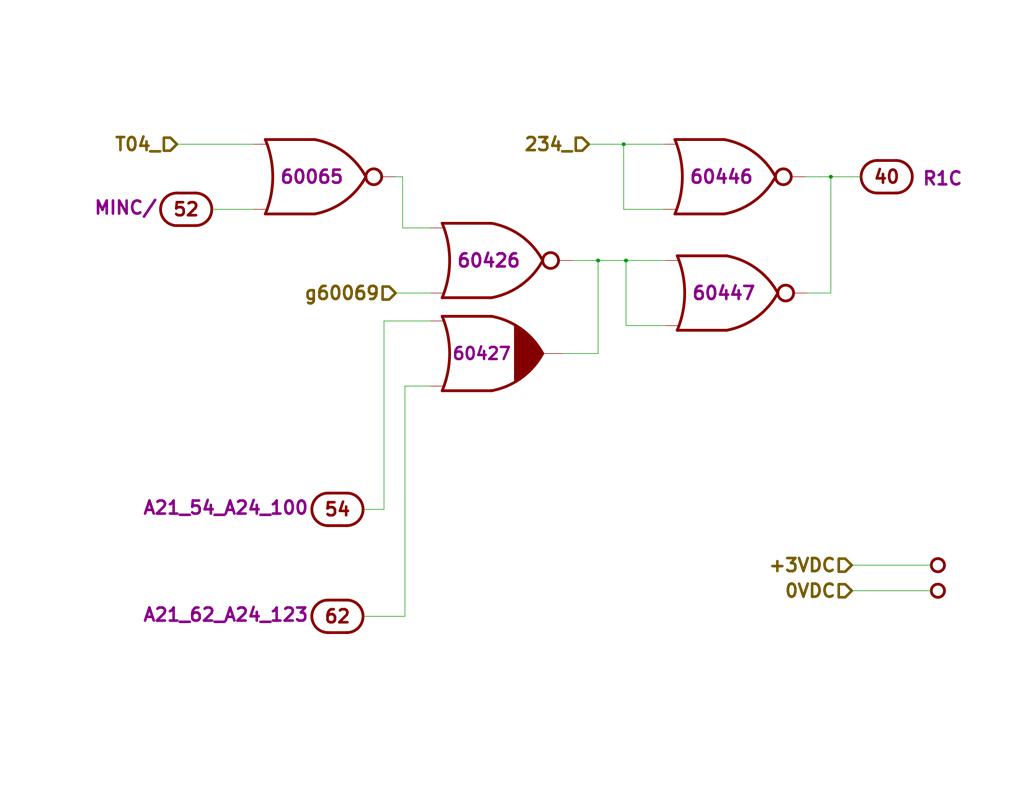
<source format=kicad_sch>
(kicad_sch (version 20211123) (generator eeschema)
  (paper "A")
  (title_block (title "BLOCK I LOGIC FLOW S, MODULE A21, DRAWING 1006556") (date "2018-11-25") (rev "Draft") (comment 1 "Modules A21"))
  (junction (at 226.695 48.26))
  (junction (at 170.815 71.12))
  (junction (at 163.195 71.12))
  (junction (at 170.18 39.37))
  (wire (pts (xy 219.71 48.26) (xy 226.695 48.26)))
  (wire (pts (xy 69.215 57.15) (xy 57.785 57.15)))
  (wire (pts (xy 170.18 39.37) (xy 160.655 39.37)))
  (wire (pts (xy 110.49 168.275) (xy 99.06 168.275)))
  (wire (pts (xy 181.61 88.9) (xy 170.815 88.9)))
  (wire (pts (xy 180.975 39.37) (xy 170.18 39.37)))
  (wire (pts (xy 226.695 48.26) (xy 234.95 48.26)))
  (wire (pts (xy 117.475 105.41) (xy 110.49 105.41)))
  (wire (pts (xy 220.345 80.01) (xy 226.695 80.01)))
  (wire (pts (xy 170.18 57.15) (xy 170.18 39.37)))
  (wire (pts (xy 163.195 71.12) (xy 163.195 96.52)))
  (wire (pts (xy 153.67 96.52) (xy 163.195 96.52)))
  (wire (pts (xy 104.775 87.63) (xy 104.775 139.065)))
  (wire (pts (xy 163.195 71.12) (xy 170.815 71.12)))
  (wire (pts (xy 117.475 87.63) (xy 104.775 87.63)))
  (wire (pts (xy 170.815 71.12) (xy 181.61 71.12)))
  (wire (pts (xy 107.95 48.26) (xy 109.855 48.26)))
  (wire (pts (xy 170.815 88.9) (xy 170.815 71.12)))
  (wire (pts (xy 109.855 62.23) (xy 117.475 62.23)))
  (wire (pts (xy 48.26 39.37) (xy 69.215 39.37)))
  (wire (pts (xy 232.41 154.305) (xy 254 154.305)))
  (wire (pts (xy 110.49 105.41) (xy 110.49 168.275)))
  (wire (pts (xy 180.975 57.15) (xy 170.18 57.15)))
  (wire (pts (xy 117.475 80.01) (xy 107.95 80.01)))
  (wire (pts (xy 226.695 80.01) (xy 226.695 48.26)))
  (wire (pts (xy 156.21 71.12) (xy 163.195 71.12)))
  (wire (pts (xy 232.41 161.29) (xy 254 161.29)))
  (wire (pts (xy 104.775 139.065) (xy 99.06 139.065)))
  (wire (pts (xy 109.855 48.26) (xy 109.855 62.23)))
  (hierarchical_label "234_" (shape input) (at 160.655 39.37 180) (effects (font (size 3.556 3.556) (thickness 0.7112) bold)))
  (hierarchical_label "+3VDC" (shape input) (at 232.41 154.305 180) (effects (font (size 3.556 3.556) (thickness 0.7112) bold)))
  (hierarchical_label "0VDC" (shape input) (at 232.41 161.29 180) (effects (font (size 3.556 3.556) (thickness 0.7112) bold)))
  (hierarchical_label "g60069" (shape input) (at 107.95 80.01 180) (effects (font (size 3.556 3.556) (thickness 0.7112) bold)))
  (hierarchical_label "T04_" (shape input) (at 48.26 39.37 180) (effects (font (size 3.556 3.556) (thickness 0.7112) bold)))
  (symbol (lib_id "D3NOR-+3VDC-0VDC-nd1021041:D3NOR-+3VDC-0VDC-nd1021041-1_5-___") (at 85.09 48.26 0) (unit 1)
    (property "Reference" "U1901" (effects hide))
    (property "Value" "D3NOR-+3VDC-0VDC-nd1021041-1_5-___" (effects hide))
    (property "Location" "60065" (at 85.09 48.26 0) (effects (font (size 3.556 3.556) bold)))
  )
  (symbol (lib_id "AGC_DSKY:ConnectorGeneric") (at 92.075 168.275 0) (unit 62)
    (property "Reference" "J1" (effects hide))
    (property "Value" "ConnectorGeneric" (effects hide))
    (property "Caption" "A21_62_A24_123" (at 61.595 170.18 0) (effects (font (size 3.556 3.556) bold) (justify bottom)))
  )
  (symbol (lib_id "D3NOR-+3VDC-0VDC-nd1021041:D3NOR-+3VDC-0VDC-nd1021041-1_5-___") (at 196.85 48.26 0) (unit 1)
    (property "Reference" "U1904" (effects hide))
    (property "Value" "D3NOR-+3VDC-0VDC-nd1021041-1_5-___" (effects hide))
    (property "Location" "60446" (at 196.85 48.26 0) (effects (font (size 3.556 3.556) bold)))
  )
  (symbol (lib_id "AGC_DSKY:ConnectorGeneric") (at 241.935 48.26 180) (unit 40)
    (property "Reference" "J1" (effects hide))
    (property "Value" "ConnectorGeneric" (effects hide))
    (property "Caption" "R1C" (at 257.175 46.355 0) (effects (font (size 3.556 3.556) bold) (justify bottom)))
  )
  (symbol (lib_id "AGC_DSKY:ConnectorGeneric") (at 50.8 57.15 0) (unit 52)
    (property "Reference" "J1" (effects hide))
    (property "Value" "ConnectorGeneric" (effects hide))
    (property "Caption" "MINC/" (at 34.29 59.055 0) (effects (font (size 3.556 3.556) bold) (justify bottom)))
  )
  (symbol (lib_id "AGC_DSKY:ConnectorGeneric") (at 92.075 139.065 0) (unit 54)
    (property "Reference" "J1" (effects hide))
    (property "Value" "ConnectorGeneric" (effects hide))
    (property "Caption" "A21_54_A24_100" (at 61.595 140.97 0) (effects (font (size 3.556 3.556) bold) (justify bottom)))
  )
  (symbol (lib_id "D3NOR-+3VDC-0VDC-nd1021041:D3NOR-+3VDC-0VDC-nd1021041-1_5-___") (at 197.485 80.01 0) (unit 1)
    (property "Reference" "U1905" (effects hide))
    (property "Value" "D3NOR-+3VDC-0VDC-nd1021041-1_5-___" (effects hide))
    (property "Location" "60447" (at 197.485 80.01 0) (effects (font (size 3.556 3.556) bold)))
  )
  (symbol (lib_id "D3NOR-NC-0VDC-expander-nd1021041:D3NOR-NC-0VDC-expander-nd1021041-1_5-___") (at 133.35 96.52 0) (unit 1)
    (property "Reference" "U1903" (effects hide))
    (property "Value" "D3NOR-NC-0VDC-expander-nd1021041-1_5-___" (effects hide))
    (property "Location" "60427" (at 131.445 96.52 0) (effects (font (size 3.302 3.302) bold)))
  )
  (symbol (lib_id "D3NOR-+3VDC-0VDC-nd1021041:D3NOR-+3VDC-0VDC-nd1021041-1_5-___") (at 133.35 71.12 0) (unit 1)
    (property "Reference" "U1902" (effects hide))
    (property "Value" "D3NOR-+3VDC-0VDC-nd1021041-1_5-___" (effects hide))
    (property "Location" "60426" (at 133.35 71.12 0) (effects (font (size 3.556 3.556) bold)))
  )
  (symbol (lib_id "AGC_DSKY:Node2") (at 255.905 154.305 180)
    (property "Reference" "N1801" (effects hide))
    (property "Value" "Node2" (effects hide))
    (property "Caption" "+3VDC" (effects hide))
  )
  (symbol (lib_id "AGC_DSKY:Node2") (at 255.905 161.29 180)
    (property "Reference" "N1802" (effects hide))
    (property "Value" "Node2" (effects hide))
    (property "Caption" "0VDC" (effects hide))
  )
)
</source>
